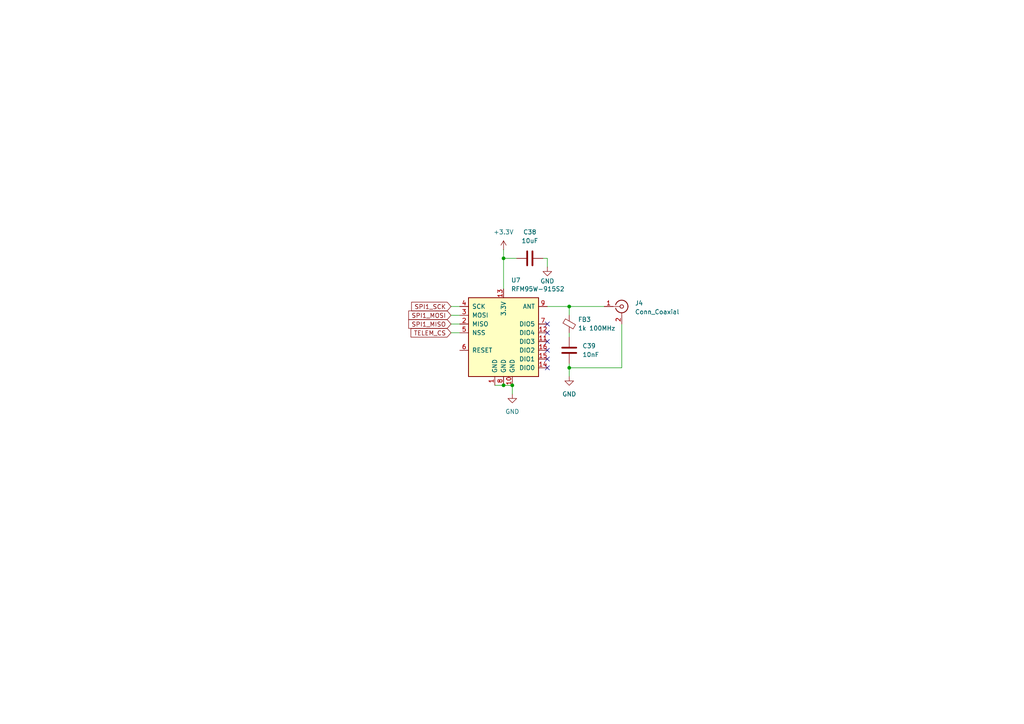
<source format=kicad_sch>
(kicad_sch (version 20231120) (generator "eeschema") (generator_version "8.0")
  (paper "A4")
  (lib_symbols
    (symbol "Connector:Conn_Coaxial" (pin_names (offset 1.016) hide)
      (property "Reference" "J" (at 0.254 3.048 0))
      (property "Value" "Conn_Coaxial" (at 2.921 0 90))
      (symbol "Conn_Coaxial_0_1"
        (arc (start -1.778 -0.508) (mid 0.2311 -1.8066) (end 1.778 0) (stroke (width 0.254)))
        (polyline (pts (xy -2.54 0) (xy -0.508 0)))
        (polyline (pts (xy 0 -2.54) (xy 0 -1.778)))
        (circle (center 0 0) (radius 0.508) (stroke (width 0.2032)))
        (arc (start 1.778 0) (mid 0.2099 1.8101) (end -1.778 0.508) (stroke (width 0.254)))
      )
      (symbol "Conn_Coaxial_1_1"
        (pin passive line (at -5.08 0 0) (length 2.54) (name "In") (number "1"))
        (pin passive line (at 0 -5.08 90) (length 2.54) (name "Ext") (number "2"))
      )
    )
    (symbol "Device:C" (pin_numbers hide) (pin_names (offset 0.254))
      (property "Reference" "C" (at 0.635 2.54 0))
      (property "Value" "C" (at 0.635 -2.54 0))
      (symbol "C_0_1"
        (polyline (pts (xy -2.032 -0.762) (xy 2.032 -0.762)) (stroke (width 0.508)))
        (polyline (pts (xy -2.032 0.762) (xy 2.032 0.762)) (stroke (width 0.508)))
      )
      (symbol "C_1_1"
        (pin passive line (at 0 3.81 270) (length 2.794) (name "~") (number "1"))
        (pin passive line (at 0 -3.81 90) (length 2.794) (name "~") (number "2"))
      )
    )
    (symbol "Device:FerriteBead_Small" (pin_numbers hide) (pin_names (offset 0))
      (property "Reference" "FB" (at 1.905 1.27 0))
      (property "Value" "FerriteBead_Small" (at 1.905 -1.27 0))
      (symbol "FerriteBead_Small_0_1"
        (polyline (pts (xy 0 -1.27) (xy 0 -0.7874)))
        (polyline (pts (xy 0 0.889) (xy 0 1.2954)))
        (polyline (pts (xy -1.8288 0.2794) (xy -1.1176 1.4986) (xy 1.8288 -0.2032) (xy 1.1176 -1.4224) (xy -1.8288 0.2794)))
      )
      (symbol "FerriteBead_Small_1_1"
        (pin passive line (at 0 2.54 270) (length 1.27) (name "~") (number "1"))
        (pin passive line (at 0 -2.54 90) (length 1.27) (name "~") (number "2"))
      )
    )
    (symbol "RF_Module:RFM95W-915S2" (pin_names (offset 1.016))
      (property "Reference" "U" (at -10.414 11.684 0))
      (property "Value" "RFM95W-915S2" (at 1.524 11.43 0))
      (symbol "RFM95W-915S2_0_1"
        (rectangle (start -10.16 10.16) (end 10.16 -12.7) (stroke (width 0.254)) (fill (type background)))
      )
      (symbol "RFM95W-915S2_1_1"
        (pin power_in line (at -2.54 -15.24 90) (length 2.54) (name "GND") (number "1"))
        (pin power_in line (at 2.54 -15.24 90) (length 2.54) (name "GND") (number "10"))
        (pin bidirectional line (at 12.7 -2.54 180) (length 2.54) (name "DIO3") (number "11"))
        (pin bidirectional line (at 12.7 0 180) (length 2.54) (name "DIO4") (number "12"))
        (pin power_in line (at 0 12.7 270) (length 2.54) (name "3.3V") (number "13"))
        (pin bidirectional line (at 12.7 -10.16 180) (length 2.54) (name "DIO0") (number "14"))
        (pin bidirectional line (at 12.7 -7.62 180) (length 2.54) (name "DIO1") (number "15"))
        (pin bidirectional line (at 12.7 -5.08 180) (length 2.54) (name "DIO2") (number "16"))
        (pin output line (at -12.7 2.54 0) (length 2.54) (name "MISO") (number "2"))
        (pin input line (at -12.7 5.08 0) (length 2.54) (name "MOSI") (number "3"))
        (pin input line (at -12.7 7.62 0) (length 2.54) (name "SCK") (number "4"))
        (pin input line (at -12.7 0 0) (length 2.54) (name "NSS") (number "5"))
        (pin bidirectional line (at -12.7 -5.08 0) (length 2.54) (name "RESET") (number "6"))
        (pin bidirectional line (at 12.7 2.54 180) (length 2.54) (name "DIO5") (number "7"))
        (pin power_in line (at 0 -15.24 90) (length 2.54) (name "GND") (number "8"))
        (pin bidirectional line (at 12.7 7.62 180) (length 2.54) (name "ANT") (number "9"))
      )
    )
    (symbol "power:+3.3V" (power) (pin_numbers hide) (pin_names (offset 0) hide)
      (property "Value" "+3.3V" (at 0 3.556 0))
      (symbol "+3.3V_0_1"
        (polyline (pts (xy -0.762 1.27) (xy 0 2.54)))
        (polyline (pts (xy 0 0) (xy 0 2.54)))
        (polyline (pts (xy 0 2.54) (xy 0.762 1.27)))
      )
      (symbol "+3.3V_1_1"
        (pin power_in line (at 0 0 90) (length 0) (name "~") (number "1"))
      )
    )
    (symbol "power:GND" (power) (pin_numbers hide) (pin_names (offset 0) hide)
      (property "Value" "GND" (at 0 -3.81 0))
      (symbol "GND_0_1"
        (polyline (pts (xy 0 0) (xy 0 -1.27) (xy 1.27 -1.27) (xy 0 -2.54) (xy -1.27 -1.27) (xy 0 -1.27)))
      )
      (symbol "GND_1_1"
        (pin power_in line (at 0 0 270) (length 0) (name "~") (number "1"))
      )
    )
  )
  (junction (at 146.05 111.76))
  (junction (at 165.1 88.9))
  (junction (at 148.59 111.76))
  (junction (at 146.05 74.93))
  (junction (at 165.1 106.68))
  (no_connect (at 158.75 106.68))
  (no_connect (at 158.75 93.98))
  (no_connect (at 158.75 101.6))
  (no_connect (at 158.75 96.52))
  (no_connect (at 158.75 104.14))
  (no_connect (at 158.75 99.06))
  (wire (pts (xy 180.34 106.68) (xy 165.1 106.68)))
  (wire (pts (xy 143.51 111.76) (xy 146.05 111.76)))
  (wire (pts (xy 165.1 97.79) (xy 165.1 96.52)))
  (wire (pts (xy 180.34 93.98) (xy 180.34 106.68)))
  (wire (pts (xy 146.05 111.76) (xy 148.59 111.76)))
  (wire (pts (xy 165.1 91.44) (xy 165.1 88.9)))
  (wire (pts (xy 146.05 74.93) (xy 146.05 83.82)))
  (wire (pts (xy 165.1 105.41) (xy 165.1 106.68)))
  (wire (pts (xy 165.1 106.68) (xy 165.1 109.22)))
  (wire (pts (xy 130.81 93.98) (xy 133.35 93.98)))
  (wire (pts (xy 148.59 111.76) (xy 148.59 114.3)))
  (wire (pts (xy 130.81 96.52) (xy 133.35 96.52)))
  (wire (pts (xy 146.05 74.93) (xy 149.86 74.93)))
  (wire (pts (xy 146.05 72.39) (xy 146.05 74.93)))
  (wire (pts (xy 130.81 91.44) (xy 133.35 91.44)))
  (wire (pts (xy 165.1 88.9) (xy 175.26 88.9)))
  (wire (pts (xy 158.75 74.93) (xy 158.75 77.47)))
  (wire (pts (xy 157.48 74.93) (xy 158.75 74.93)))
  (wire (pts (xy 158.75 88.9) (xy 165.1 88.9)))
  (wire (pts (xy 130.81 88.9) (xy 133.35 88.9)))
  (global_label "SPI1_MOSI" (shape input) (at 130.81 91.44 180) (property "Intersheetrefs" "${INTERSHEET_REFS}" (effects (hide yes))))
  (global_label "SPI1_SCK" (shape input) (at 130.81 88.9 180) (property "Intersheetrefs" "${INTERSHEET_REFS}" (effects (hide yes))))
  (global_label "TELEM_CS" (shape input) (at 130.81 96.52 180) (property "Intersheetrefs" "${INTERSHEET_REFS}" (effects (hide yes))))
  (global_label "SPI1_MISO" (shape input) (at 130.81 93.98 180) (property "Intersheetrefs" "${INTERSHEET_REFS}" (effects (hide yes))))
  (symbol (lib_id "power:GND") (at 158.75 77.47 0) (unit 1)
    (property "Reference" "#PWR058" (effects (hide yes)))
    (property "Value" "GND" (at 158.75 81.534 0))
    (property "Description" "Power symbol creates a global label with name \"GND\" , ground" (effects (hide yes)))
  )
  (symbol (lib_id "power:+3.3V") (at 146.05 72.39 0) (unit 1)
    (property "Reference" "#PWR057" (effects (hide yes)))
    (property "Value" "+3.3V" (at 146.05 67.31 0))
    (property "Description" "Power symbol creates a global label with name \"+3.3V\"" (effects (hide yes)))
  )
  (symbol (lib_id "Device:FerriteBead_Small") (at 165.1 93.98 0) (unit 1)
    (property "Reference" "FB3" (at 167.64 92.6718 0) (effects (justify left)))
    (property "Value" "1k 100MHz" (at 167.64 95.2118 0) (effects (justify left)))
    (property "Footprint" "Capacitor_SMD:C_0603_1608Metric" (effects (hide yes)))
    (property "Datasheet" "https://www.mouser.com/datasheet/2/281/ENFA0004-1915711.pdf" (effects (hide yes)))
    (property "Description" "Ferrite bead, small symbol" (effects (hide yes)))
  )
  (symbol (lib_id "Device:C") (at 153.67 74.93 90) (unit 1)
    (property "Reference" "C38" (at 153.67 67.31 90))
    (property "Value" "10uF" (at 153.67 69.85 90))
    (property "Footprint" "Capacitor_SMD:C_0402_1005Metric" (effects (hide yes)))
    (property "Description" "Unpolarized capacitor" (effects (hide yes)))
  )
  (symbol (lib_id "power:GND") (at 148.59 114.3 0) (unit 1)
    (property "Reference" "#PWR059" (effects (hide yes)))
    (property "Value" "GND" (at 148.59 119.38 0))
    (property "Description" "Power symbol creates a global label with name \"GND\" , ground" (effects (hide yes)))
  )
  (symbol (lib_id "Connector:Conn_Coaxial") (at 180.34 88.9 0) (unit 1)
    (property "Reference" "J4" (at 184.15 87.9231 0) (effects (justify left)))
    (property "Value" "Conn_Coaxial" (at 184.15 90.4631 0) (effects (justify left)))
    (property "Footprint" "Connector_Coaxial:U.FL_Hirose_U.FL-R-SMT-1_Vertical" (effects (hide yes)))
    (property "Description" "coaxial connector (BNC, SMA, SMB, SMC, Cinch/RCA, LEMO, ...)" (effects (hide yes)))
  )
  (symbol (lib_id "RF_Module:RFM95W-915S2") (at 146.05 96.52 0) (unit 1)
    (property "Reference" "U7" (at 148.2441 81.28 0) (effects (justify left)))
    (property "Value" "RFM95W-915S2" (at 148.2441 83.82 0) (effects (justify left)))
    (property "Footprint" "RF_Module:HOPERF_RFM9XW_SMD" (effects (hide yes)))
    (property "Datasheet" "https://www.hoperf.com/data/upload/portal/20181127/5bfcbea20e9ef.pdf" (effects (hide yes)))
    (property "Description" "Low power long range transceiver module, SPI and parallel interface, 915 MHz, spreading factor 6 to12, bandwidth 7.8 to 500kHz, -111 to -148 dBm, SMD-16, DIP-16" (effects (hide yes)))
  )
  (symbol (lib_id "power:GND") (at 165.1 109.22 0) (unit 1)
    (property "Reference" "#PWR060" (effects (hide yes)))
    (property "Value" "GND" (at 165.1 114.3 0))
    (property "Description" "Power symbol creates a global label with name \"GND\" , ground" (effects (hide yes)))
  )
  (symbol (lib_id "Device:C") (at 165.1 101.6 0) (unit 1)
    (property "Reference" "C39" (at 168.91 100.3299 0) (effects (justify left)))
    (property "Value" "10nF" (at 168.91 102.8699 0) (effects (justify left)))
    (property "Footprint" "Capacitor_SMD:C_0402_1005Metric" (effects (hide yes)))
    (property "Description" "Unpolarized capacitor" (effects (hide yes)))
  )
)
</source>
